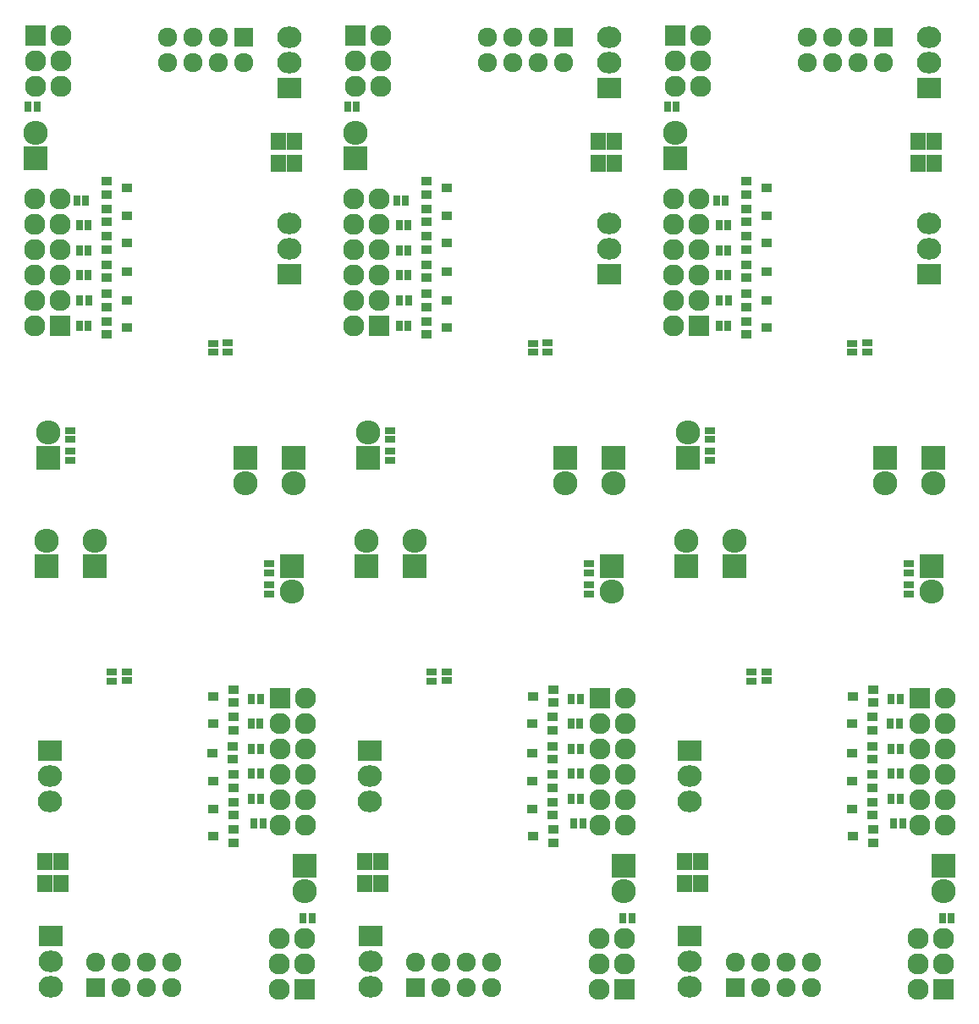
<source format=gbs>
G04 #@! TF.FileFunction,Soldermask,Bot*
%FSLAX46Y46*%
G04 Gerber Fmt 4.6, Leading zero omitted, Abs format (unit mm)*
G04 Created by KiCad (PCBNEW 4.0.6) date 12/25/17 20:13:07*
%MOMM*%
%LPD*%
G01*
G04 APERTURE LIST*
%ADD10C,0.100000*%
%ADD11R,1.111200X0.857200*%
%ADD12R,1.600000X1.800000*%
%ADD13R,1.000000X0.800000*%
%ADD14R,0.800000X1.000000*%
%ADD15R,2.432000X2.127200*%
%ADD16O,2.432000X2.127200*%
%ADD17R,1.924000X1.924000*%
%ADD18C,1.924000*%
%ADD19R,2.127200X2.127200*%
%ADD20O,2.127200X2.127200*%
%ADD21R,2.432000X2.432000*%
%ADD22O,2.432000X2.432000*%
G04 APERTURE END LIST*
D10*
D11*
X75668566Y79012076D03*
X75668566Y80332876D03*
X77700566Y79672476D03*
X75652566Y81762076D03*
X75652566Y83082876D03*
X77684566Y82422476D03*
X75668566Y76262076D03*
X75668566Y77582876D03*
X77700566Y76922476D03*
D12*
X92898566Y84930476D03*
X92898566Y87130476D03*
X94498566Y84930476D03*
X94498566Y87130476D03*
D13*
X72058566Y58172076D03*
X72058566Y57272076D03*
D11*
X75652566Y67762076D03*
X75652566Y69082876D03*
X77684566Y68422476D03*
D14*
X73834566Y68672476D03*
X72934566Y68672476D03*
D13*
X72058566Y56072076D03*
X72058566Y55172076D03*
X87804166Y66934754D03*
X87804166Y66034754D03*
X86304166Y66884754D03*
X86304166Y65984754D03*
X54304166Y66884754D03*
X54304166Y65984754D03*
X55804166Y66934754D03*
X55804166Y66034754D03*
D11*
X75668566Y70512076D03*
X75668566Y71832876D03*
X77700566Y71172476D03*
D14*
X73834566Y73672476D03*
X72934566Y73672476D03*
X73884566Y71172476D03*
X72984566Y71172476D03*
X73834566Y76172476D03*
X72934566Y76172476D03*
D11*
X75684566Y73422476D03*
X75684566Y74743276D03*
X77716566Y74082876D03*
D12*
X60898566Y84930476D03*
X60898566Y87130476D03*
X62498566Y84930476D03*
X62498566Y87130476D03*
D14*
X67790566Y90602476D03*
X68690566Y90602476D03*
X73834566Y78672476D03*
X72934566Y78672476D03*
X73584566Y81172476D03*
X72684566Y81172476D03*
D11*
X11652566Y81762076D03*
X11652566Y83082876D03*
X13684566Y82422476D03*
D14*
X3790566Y90602476D03*
X4690566Y90602476D03*
D11*
X11668566Y79012076D03*
X11668566Y80332876D03*
X13700566Y79672476D03*
D14*
X9834566Y78672476D03*
X8934566Y78672476D03*
D11*
X11668566Y76262076D03*
X11668566Y77582876D03*
X13700566Y76922476D03*
D14*
X9834566Y76172476D03*
X8934566Y76172476D03*
X9584566Y81172476D03*
X8684566Y81172476D03*
X9884566Y71172476D03*
X8984566Y71172476D03*
D11*
X11652566Y67762076D03*
X11652566Y69082876D03*
X13684566Y68422476D03*
D14*
X9834566Y68672476D03*
X8934566Y68672476D03*
X9834566Y73672476D03*
X8934566Y73672476D03*
D11*
X11684566Y73422476D03*
X11684566Y74743276D03*
X13716566Y74082876D03*
X11668566Y70512076D03*
X11668566Y71832876D03*
X13700566Y71172476D03*
D13*
X8058566Y56072076D03*
X8058566Y55172076D03*
X8058566Y58172076D03*
X8058566Y57272076D03*
D11*
X43652566Y67762076D03*
X43652566Y69082876D03*
X45684566Y68422476D03*
X43668566Y70512076D03*
X43668566Y71832876D03*
X45700566Y71172476D03*
D14*
X41884566Y71172476D03*
X40984566Y71172476D03*
D11*
X43668566Y76262076D03*
X43668566Y77582876D03*
X45700566Y76922476D03*
D14*
X41834566Y73672476D03*
X40934566Y73672476D03*
X41834566Y76172476D03*
X40934566Y76172476D03*
D11*
X43684566Y73422476D03*
X43684566Y74743276D03*
X45716566Y74082876D03*
D12*
X28898566Y84930476D03*
X28898566Y87130476D03*
X30498566Y84930476D03*
X30498566Y87130476D03*
D14*
X35790566Y90602476D03*
X36690566Y90602476D03*
D11*
X43668566Y79012076D03*
X43668566Y80332876D03*
X45700566Y79672476D03*
D14*
X41584566Y81172476D03*
X40684566Y81172476D03*
X41834566Y78672476D03*
X40934566Y78672476D03*
D11*
X43652566Y81762076D03*
X43652566Y83082876D03*
X45684566Y82422476D03*
D13*
X22304166Y66884754D03*
X22304166Y65984754D03*
X23804166Y66934754D03*
X23804166Y66034754D03*
X40058566Y58172076D03*
X40058566Y57272076D03*
D14*
X41834566Y68672476D03*
X40934566Y68672476D03*
D13*
X40058566Y56072076D03*
X40058566Y55172076D03*
D15*
X30002566Y73838476D03*
D16*
X30002566Y76378476D03*
X30002566Y78918476D03*
D17*
X25424566Y97536476D03*
D18*
X25424566Y94996476D03*
X22884566Y97536476D03*
X22884566Y94996476D03*
X20344566Y97536476D03*
X20344566Y94996476D03*
X17804566Y97536476D03*
X17804566Y94996476D03*
D15*
X29952566Y92416476D03*
D16*
X29952566Y94956476D03*
X29952566Y97496476D03*
D19*
X4552566Y97714476D03*
D20*
X7092566Y97714476D03*
X4552566Y95174476D03*
X7092566Y95174476D03*
X4552566Y92634476D03*
X7092566Y92634476D03*
D21*
X4554566Y85370476D03*
D22*
X4554566Y87910476D03*
D21*
X36554566Y85370476D03*
D22*
X36554566Y87910476D03*
D19*
X36552566Y97714476D03*
D20*
X39092566Y97714476D03*
X36552566Y95174476D03*
X39092566Y95174476D03*
X36552566Y92634476D03*
X39092566Y92634476D03*
D21*
X68554566Y85370476D03*
D22*
X68554566Y87910476D03*
D19*
X70974566Y68592476D03*
D20*
X68434566Y68592476D03*
X70974566Y71132476D03*
X68434566Y71132476D03*
X70974566Y73672476D03*
X68434566Y73672476D03*
X70974566Y76212476D03*
X68434566Y76212476D03*
X70974566Y78752476D03*
X68434566Y78752476D03*
X70974566Y81292476D03*
X68434566Y81292476D03*
D17*
X89424566Y97536476D03*
D18*
X89424566Y94996476D03*
X86884566Y97536476D03*
X86884566Y94996476D03*
X84344566Y97536476D03*
X84344566Y94996476D03*
X81804566Y97536476D03*
X81804566Y94996476D03*
D15*
X93952566Y92416476D03*
D16*
X93952566Y94956476D03*
X93952566Y97496476D03*
D19*
X68552566Y97714476D03*
D20*
X71092566Y97714476D03*
X68552566Y95174476D03*
X71092566Y95174476D03*
X68552566Y92634476D03*
X71092566Y92634476D03*
D15*
X94002566Y73838476D03*
D16*
X94002566Y76378476D03*
X94002566Y78918476D03*
D21*
X69812566Y55422076D03*
D22*
X69812566Y57962076D03*
D21*
X94358966Y55398076D03*
D22*
X94358966Y52858076D03*
D21*
X89532966Y55398076D03*
D22*
X89532966Y52858076D03*
D21*
X25532966Y55398076D03*
D22*
X25532966Y52858076D03*
D21*
X30358966Y55398076D03*
D22*
X30358966Y52858076D03*
D21*
X5812566Y55422076D03*
D22*
X5812566Y57962076D03*
D19*
X6974566Y68592476D03*
D20*
X4434566Y68592476D03*
X6974566Y71132476D03*
X4434566Y71132476D03*
X6974566Y73672476D03*
X4434566Y73672476D03*
X6974566Y76212476D03*
X4434566Y76212476D03*
X6974566Y78752476D03*
X4434566Y78752476D03*
X6974566Y81292476D03*
X4434566Y81292476D03*
D21*
X37812566Y55422076D03*
D22*
X37812566Y57962076D03*
D19*
X38974566Y68592476D03*
D20*
X36434566Y68592476D03*
X38974566Y71132476D03*
X36434566Y71132476D03*
X38974566Y73672476D03*
X36434566Y73672476D03*
X38974566Y76212476D03*
X36434566Y76212476D03*
X38974566Y78752476D03*
X36434566Y78752476D03*
X38974566Y81292476D03*
X36434566Y81292476D03*
D15*
X62002566Y73838476D03*
D16*
X62002566Y76378476D03*
X62002566Y78918476D03*
D15*
X61952566Y92416476D03*
D16*
X61952566Y94956476D03*
X61952566Y97496476D03*
D17*
X57424566Y97536476D03*
D18*
X57424566Y94996476D03*
X54884566Y97536476D03*
X54884566Y94996476D03*
X52344566Y97536476D03*
X52344566Y94996476D03*
X49804566Y97536476D03*
X49804566Y94996476D03*
D21*
X57532966Y55398076D03*
D22*
X57532966Y52858076D03*
D21*
X62358966Y55398076D03*
D22*
X62358966Y52858076D03*
D11*
X88348000Y18238400D03*
X88348000Y16917600D03*
X86316000Y17578000D03*
D12*
X71102000Y15070000D03*
X71102000Y12870000D03*
X69502000Y15070000D03*
X69502000Y12870000D03*
D14*
X90416000Y18828000D03*
X91316000Y18828000D03*
X96210000Y9398000D03*
X95310000Y9398000D03*
D11*
X88332000Y20988400D03*
X88332000Y19667600D03*
X86300000Y20328000D03*
D14*
X90166000Y21328000D03*
X91066000Y21328000D03*
X90116000Y28828000D03*
X91016000Y28828000D03*
X90166000Y26328000D03*
X91066000Y26328000D03*
D11*
X88316000Y26578000D03*
X88316000Y25257200D03*
X86284000Y25917600D03*
X88332000Y23738400D03*
X88332000Y22417600D03*
X86300000Y23078000D03*
X88332000Y29488400D03*
X88332000Y28167600D03*
X86300000Y28828000D03*
D14*
X90166000Y23828000D03*
X91066000Y23828000D03*
D13*
X77696400Y33115722D03*
X77696400Y34015722D03*
X76196400Y33065722D03*
X76196400Y33965722D03*
X91942000Y43928400D03*
X91942000Y44828400D03*
D11*
X88348000Y32238400D03*
X88348000Y30917600D03*
X86316000Y31578000D03*
D13*
X91942000Y41828400D03*
X91942000Y42728400D03*
D14*
X90166000Y31328000D03*
X91066000Y31328000D03*
D17*
X74576000Y2464000D03*
D18*
X74576000Y5004000D03*
X77116000Y2464000D03*
X77116000Y5004000D03*
X79656000Y2464000D03*
X79656000Y5004000D03*
X82196000Y2464000D03*
X82196000Y5004000D03*
D19*
X93026000Y31408000D03*
D20*
X95566000Y31408000D03*
X93026000Y28868000D03*
X95566000Y28868000D03*
X93026000Y26328000D03*
X95566000Y26328000D03*
X93026000Y23788000D03*
X95566000Y23788000D03*
X93026000Y21248000D03*
X95566000Y21248000D03*
X93026000Y18708000D03*
X95566000Y18708000D03*
D21*
X95446000Y14630000D03*
D22*
X95446000Y12090000D03*
D15*
X70048000Y7584000D03*
D16*
X70048000Y5044000D03*
X70048000Y2504000D03*
D19*
X95448000Y2286000D03*
D20*
X92908000Y2286000D03*
X95448000Y4826000D03*
X92908000Y4826000D03*
X95448000Y7366000D03*
X92908000Y7366000D03*
D15*
X69998000Y26162000D03*
D16*
X69998000Y23622000D03*
X69998000Y21082000D03*
D21*
X69641600Y44602400D03*
D22*
X69641600Y47142400D03*
D21*
X74467600Y44602400D03*
D22*
X74467600Y47142400D03*
D21*
X94188000Y44578400D03*
D22*
X94188000Y42038400D03*
D11*
X56348000Y18238400D03*
X56348000Y16917600D03*
X54316000Y17578000D03*
D12*
X39102000Y15070000D03*
X39102000Y12870000D03*
X37502000Y15070000D03*
X37502000Y12870000D03*
D14*
X58416000Y18828000D03*
X59316000Y18828000D03*
X64210000Y9398000D03*
X63310000Y9398000D03*
D11*
X56332000Y20988400D03*
X56332000Y19667600D03*
X54300000Y20328000D03*
D14*
X58166000Y21328000D03*
X59066000Y21328000D03*
X58116000Y28828000D03*
X59016000Y28828000D03*
X58166000Y26328000D03*
X59066000Y26328000D03*
D11*
X56316000Y26578000D03*
X56316000Y25257200D03*
X54284000Y25917600D03*
X56332000Y23738400D03*
X56332000Y22417600D03*
X54300000Y23078000D03*
X56332000Y29488400D03*
X56332000Y28167600D03*
X54300000Y28828000D03*
D14*
X58166000Y23828000D03*
X59066000Y23828000D03*
D13*
X45696400Y33115722D03*
X45696400Y34015722D03*
X44196400Y33065722D03*
X44196400Y33965722D03*
X59942000Y43928400D03*
X59942000Y44828400D03*
D11*
X56348000Y32238400D03*
X56348000Y30917600D03*
X54316000Y31578000D03*
D13*
X59942000Y41828400D03*
X59942000Y42728400D03*
D14*
X58166000Y31328000D03*
X59066000Y31328000D03*
D17*
X42576000Y2464000D03*
D18*
X42576000Y5004000D03*
X45116000Y2464000D03*
X45116000Y5004000D03*
X47656000Y2464000D03*
X47656000Y5004000D03*
X50196000Y2464000D03*
X50196000Y5004000D03*
D19*
X61026000Y31408000D03*
D20*
X63566000Y31408000D03*
X61026000Y28868000D03*
X63566000Y28868000D03*
X61026000Y26328000D03*
X63566000Y26328000D03*
X61026000Y23788000D03*
X63566000Y23788000D03*
X61026000Y21248000D03*
X63566000Y21248000D03*
X61026000Y18708000D03*
X63566000Y18708000D03*
D21*
X63446000Y14630000D03*
D22*
X63446000Y12090000D03*
D15*
X38048000Y7584000D03*
D16*
X38048000Y5044000D03*
X38048000Y2504000D03*
D19*
X63448000Y2286000D03*
D20*
X60908000Y2286000D03*
X63448000Y4826000D03*
X60908000Y4826000D03*
X63448000Y7366000D03*
X60908000Y7366000D03*
D15*
X37998000Y26162000D03*
D16*
X37998000Y23622000D03*
X37998000Y21082000D03*
D21*
X37641600Y44602400D03*
D22*
X37641600Y47142400D03*
D21*
X42467600Y44602400D03*
D22*
X42467600Y47142400D03*
D21*
X62188000Y44578400D03*
D22*
X62188000Y42038400D03*
D19*
X31448000Y2286000D03*
D20*
X28908000Y2286000D03*
X31448000Y4826000D03*
X28908000Y4826000D03*
X31448000Y7366000D03*
X28908000Y7366000D03*
D21*
X5641600Y44602400D03*
D22*
X5641600Y47142400D03*
D21*
X10467600Y44602400D03*
D22*
X10467600Y47142400D03*
D19*
X29026000Y31408000D03*
D20*
X31566000Y31408000D03*
X29026000Y28868000D03*
X31566000Y28868000D03*
X29026000Y26328000D03*
X31566000Y26328000D03*
X29026000Y23788000D03*
X31566000Y23788000D03*
X29026000Y21248000D03*
X31566000Y21248000D03*
X29026000Y18708000D03*
X31566000Y18708000D03*
D15*
X5998000Y26162000D03*
D16*
X5998000Y23622000D03*
X5998000Y21082000D03*
D15*
X6048000Y7584000D03*
D16*
X6048000Y5044000D03*
X6048000Y2504000D03*
D21*
X30188000Y44578400D03*
D22*
X30188000Y42038400D03*
D21*
X31446000Y14630000D03*
D22*
X31446000Y12090000D03*
D11*
X24332000Y20988400D03*
X24332000Y19667600D03*
X22300000Y20328000D03*
X24348000Y18238400D03*
X24348000Y16917600D03*
X22316000Y17578000D03*
X24348000Y32238400D03*
X24348000Y30917600D03*
X22316000Y31578000D03*
X24332000Y29488400D03*
X24332000Y28167600D03*
X22300000Y28828000D03*
X24316000Y26578000D03*
X24316000Y25257200D03*
X22284000Y25917600D03*
X24332000Y23738400D03*
X24332000Y22417600D03*
X22300000Y23078000D03*
D17*
X10576000Y2464000D03*
D18*
X10576000Y5004000D03*
X13116000Y2464000D03*
X13116000Y5004000D03*
X15656000Y2464000D03*
X15656000Y5004000D03*
X18196000Y2464000D03*
X18196000Y5004000D03*
D12*
X7102000Y15070000D03*
X7102000Y12870000D03*
X5502000Y15070000D03*
X5502000Y12870000D03*
D13*
X13696400Y33115722D03*
X13696400Y34015722D03*
X12196400Y33065722D03*
X12196400Y33965722D03*
D14*
X26166000Y21328000D03*
X27066000Y21328000D03*
X26416000Y18828000D03*
X27316000Y18828000D03*
X26166000Y31328000D03*
X27066000Y31328000D03*
X26116000Y28828000D03*
X27016000Y28828000D03*
X26166000Y26328000D03*
X27066000Y26328000D03*
X26166000Y23828000D03*
X27066000Y23828000D03*
X32210000Y9398000D03*
X31310000Y9398000D03*
D13*
X27942000Y43928400D03*
X27942000Y44828400D03*
X27942000Y41828400D03*
X27942000Y42728400D03*
M02*

</source>
